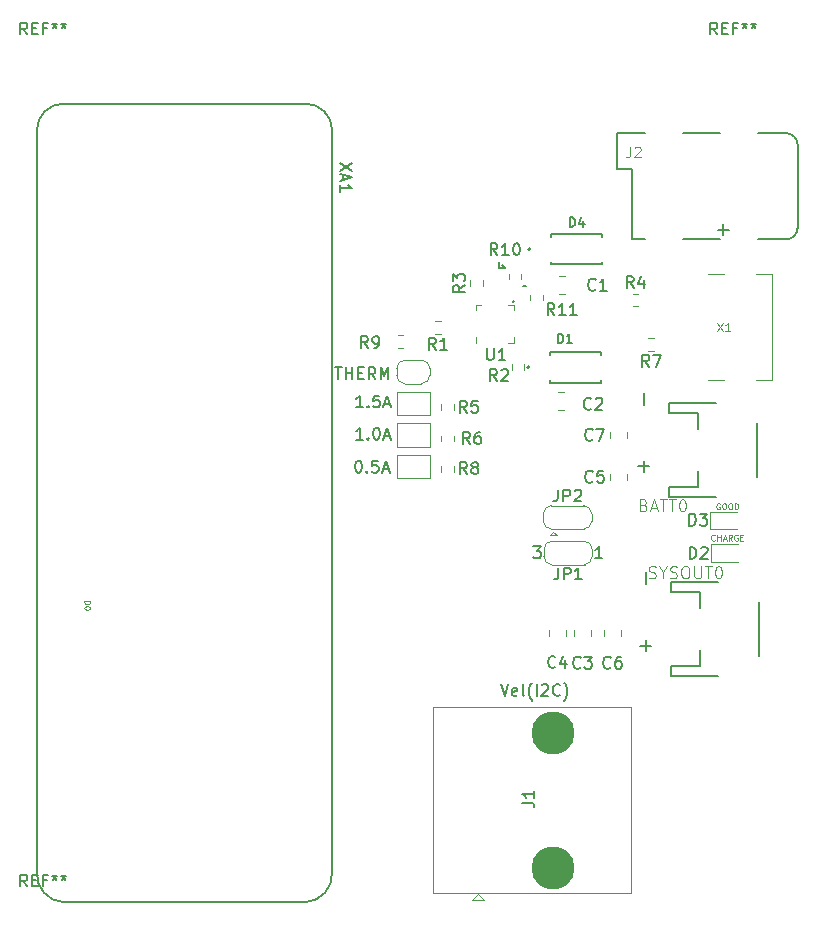
<source format=gbr>
%TF.GenerationSoftware,KiCad,Pcbnew,(6.0.8)*%
%TF.CreationDate,2023-04-21T18:27:59-07:00*%
%TF.ProjectId,Capstone_PCB,43617073-746f-46e6-955f-5043422e6b69,rev?*%
%TF.SameCoordinates,Original*%
%TF.FileFunction,Legend,Top*%
%TF.FilePolarity,Positive*%
%FSLAX46Y46*%
G04 Gerber Fmt 4.6, Leading zero omitted, Abs format (unit mm)*
G04 Created by KiCad (PCBNEW (6.0.8)) date 2023-04-21 18:27:59*
%MOMM*%
%LPD*%
G01*
G04 APERTURE LIST*
%ADD10C,0.150000*%
%ADD11C,0.062500*%
%ADD12C,0.093472*%
%ADD13C,0.170688*%
%ADD14C,0.119969*%
%ADD15C,0.075000*%
%ADD16C,0.120000*%
%ADD17C,0.127000*%
%ADD18C,0.200000*%
%ADD19C,0.203200*%
%ADD20C,0.101600*%
%ADD21C,3.650000*%
G04 APERTURE END LIST*
D10*
X155448000Y-61722000D02*
X155956000Y-61722000D01*
X155702000Y-61468000D02*
X155956000Y-61722000D01*
X155956000Y-61722000D02*
X155702000Y-61468000D01*
X155448000Y-61214000D02*
X155448000Y-61722000D01*
X157734000Y-63246000D02*
X157480000Y-63246000D01*
D11*
X174145342Y-81702200D02*
X174097723Y-81678390D01*
X174026295Y-81678390D01*
X173954866Y-81702200D01*
X173907247Y-81749819D01*
X173883438Y-81797438D01*
X173859628Y-81892676D01*
X173859628Y-81964104D01*
X173883438Y-82059342D01*
X173907247Y-82106961D01*
X173954866Y-82154580D01*
X174026295Y-82178390D01*
X174073914Y-82178390D01*
X174145342Y-82154580D01*
X174169152Y-82130771D01*
X174169152Y-81964104D01*
X174073914Y-81964104D01*
X174478676Y-81678390D02*
X174573914Y-81678390D01*
X174621533Y-81702200D01*
X174669152Y-81749819D01*
X174692961Y-81845057D01*
X174692961Y-82011723D01*
X174669152Y-82106961D01*
X174621533Y-82154580D01*
X174573914Y-82178390D01*
X174478676Y-82178390D01*
X174431057Y-82154580D01*
X174383438Y-82106961D01*
X174359628Y-82011723D01*
X174359628Y-81845057D01*
X174383438Y-81749819D01*
X174431057Y-81702200D01*
X174478676Y-81678390D01*
X175002485Y-81678390D02*
X175097723Y-81678390D01*
X175145342Y-81702200D01*
X175192961Y-81749819D01*
X175216771Y-81845057D01*
X175216771Y-82011723D01*
X175192961Y-82106961D01*
X175145342Y-82154580D01*
X175097723Y-82178390D01*
X175002485Y-82178390D01*
X174954866Y-82154580D01*
X174907247Y-82106961D01*
X174883438Y-82011723D01*
X174883438Y-81845057D01*
X174907247Y-81749819D01*
X174954866Y-81702200D01*
X175002485Y-81678390D01*
X175431057Y-82178390D02*
X175431057Y-81678390D01*
X175550104Y-81678390D01*
X175621533Y-81702200D01*
X175669152Y-81749819D01*
X175692961Y-81797438D01*
X175716771Y-81892676D01*
X175716771Y-81964104D01*
X175692961Y-82059342D01*
X175669152Y-82106961D01*
X175621533Y-82154580D01*
X175550104Y-82178390D01*
X175431057Y-82178390D01*
X173730580Y-84772371D02*
X173706771Y-84796180D01*
X173635342Y-84819990D01*
X173587723Y-84819990D01*
X173516295Y-84796180D01*
X173468676Y-84748561D01*
X173444866Y-84700942D01*
X173421057Y-84605704D01*
X173421057Y-84534276D01*
X173444866Y-84439038D01*
X173468676Y-84391419D01*
X173516295Y-84343800D01*
X173587723Y-84319990D01*
X173635342Y-84319990D01*
X173706771Y-84343800D01*
X173730580Y-84367609D01*
X173944866Y-84819990D02*
X173944866Y-84319990D01*
X173944866Y-84558085D02*
X174230580Y-84558085D01*
X174230580Y-84819990D02*
X174230580Y-84319990D01*
X174444866Y-84677133D02*
X174682961Y-84677133D01*
X174397247Y-84819990D02*
X174563914Y-84319990D01*
X174730580Y-84819990D01*
X175182961Y-84819990D02*
X175016295Y-84581895D01*
X174897247Y-84819990D02*
X174897247Y-84319990D01*
X175087723Y-84319990D01*
X175135342Y-84343800D01*
X175159152Y-84367609D01*
X175182961Y-84415228D01*
X175182961Y-84486657D01*
X175159152Y-84534276D01*
X175135342Y-84558085D01*
X175087723Y-84581895D01*
X174897247Y-84581895D01*
X175659152Y-84343800D02*
X175611533Y-84319990D01*
X175540104Y-84319990D01*
X175468676Y-84343800D01*
X175421057Y-84391419D01*
X175397247Y-84439038D01*
X175373438Y-84534276D01*
X175373438Y-84605704D01*
X175397247Y-84700942D01*
X175421057Y-84748561D01*
X175468676Y-84796180D01*
X175540104Y-84819990D01*
X175587723Y-84819990D01*
X175659152Y-84796180D01*
X175682961Y-84772371D01*
X175682961Y-84605704D01*
X175587723Y-84605704D01*
X175897247Y-84558085D02*
X176063914Y-84558085D01*
X176135342Y-84819990D02*
X175897247Y-84819990D01*
X175897247Y-84319990D01*
X176135342Y-84319990D01*
D10*
X156659600Y-64503942D02*
X156707219Y-64551561D01*
X156659600Y-64599180D01*
X156611980Y-64551561D01*
X156659600Y-64503942D01*
X156659600Y-64599180D01*
X155591238Y-96988380D02*
X155924571Y-97988380D01*
X156257904Y-96988380D01*
X156972190Y-97940761D02*
X156876952Y-97988380D01*
X156686476Y-97988380D01*
X156591238Y-97940761D01*
X156543619Y-97845523D01*
X156543619Y-97464571D01*
X156591238Y-97369333D01*
X156686476Y-97321714D01*
X156876952Y-97321714D01*
X156972190Y-97369333D01*
X157019809Y-97464571D01*
X157019809Y-97559809D01*
X156543619Y-97655047D01*
X157591238Y-97988380D02*
X157496000Y-97940761D01*
X157448380Y-97845523D01*
X157448380Y-96988380D01*
X158257904Y-98369333D02*
X158210285Y-98321714D01*
X158115047Y-98178857D01*
X158067428Y-98083619D01*
X158019809Y-97940761D01*
X157972190Y-97702666D01*
X157972190Y-97512190D01*
X158019809Y-97274095D01*
X158067428Y-97131238D01*
X158115047Y-97036000D01*
X158210285Y-96893142D01*
X158257904Y-96845523D01*
X158638857Y-97988380D02*
X158638857Y-96988380D01*
X159067428Y-97083619D02*
X159115047Y-97036000D01*
X159210285Y-96988380D01*
X159448380Y-96988380D01*
X159543619Y-97036000D01*
X159591238Y-97083619D01*
X159638857Y-97178857D01*
X159638857Y-97274095D01*
X159591238Y-97416952D01*
X159019809Y-97988380D01*
X159638857Y-97988380D01*
X160638857Y-97893142D02*
X160591238Y-97940761D01*
X160448380Y-97988380D01*
X160353142Y-97988380D01*
X160210285Y-97940761D01*
X160115047Y-97845523D01*
X160067428Y-97750285D01*
X160019809Y-97559809D01*
X160019809Y-97416952D01*
X160067428Y-97226476D01*
X160115047Y-97131238D01*
X160210285Y-97036000D01*
X160353142Y-96988380D01*
X160448380Y-96988380D01*
X160591238Y-97036000D01*
X160638857Y-97083619D01*
X160972190Y-98369333D02*
X161019809Y-98321714D01*
X161115047Y-98178857D01*
X161162666Y-98083619D01*
X161210285Y-97940761D01*
X161257904Y-97702666D01*
X161257904Y-97512190D01*
X161210285Y-97274095D01*
X161162666Y-97131238D01*
X161115047Y-97036000D01*
X161019809Y-96893142D01*
X160972190Y-96845523D01*
%TO.C,R5*%
X152741333Y-73986980D02*
X152408000Y-73510790D01*
X152169904Y-73986980D02*
X152169904Y-72986980D01*
X152550857Y-72986980D01*
X152646095Y-73034600D01*
X152693714Y-73082219D01*
X152741333Y-73177457D01*
X152741333Y-73320314D01*
X152693714Y-73415552D01*
X152646095Y-73463171D01*
X152550857Y-73510790D01*
X152169904Y-73510790D01*
X153646095Y-72986980D02*
X153169904Y-72986980D01*
X153122285Y-73463171D01*
X153169904Y-73415552D01*
X153265142Y-73367933D01*
X153503238Y-73367933D01*
X153598476Y-73415552D01*
X153646095Y-73463171D01*
X153693714Y-73558409D01*
X153693714Y-73796504D01*
X153646095Y-73891742D01*
X153598476Y-73939361D01*
X153503238Y-73986980D01*
X153265142Y-73986980D01*
X153169904Y-73939361D01*
X153122285Y-73891742D01*
%TO.C,R1*%
X150123333Y-68652380D02*
X149790000Y-68176190D01*
X149551904Y-68652380D02*
X149551904Y-67652380D01*
X149932857Y-67652380D01*
X150028095Y-67700000D01*
X150075714Y-67747619D01*
X150123333Y-67842857D01*
X150123333Y-67985714D01*
X150075714Y-68080952D01*
X150028095Y-68128571D01*
X149932857Y-68176190D01*
X149551904Y-68176190D01*
X151075714Y-68652380D02*
X150504285Y-68652380D01*
X150790000Y-68652380D02*
X150790000Y-67652380D01*
X150694761Y-67795238D01*
X150599523Y-67890476D01*
X150504285Y-67938095D01*
%TO.C,R11*%
X160139142Y-65730380D02*
X159805809Y-65254190D01*
X159567714Y-65730380D02*
X159567714Y-64730380D01*
X159948666Y-64730380D01*
X160043904Y-64778000D01*
X160091523Y-64825619D01*
X160139142Y-64920857D01*
X160139142Y-65063714D01*
X160091523Y-65158952D01*
X160043904Y-65206571D01*
X159948666Y-65254190D01*
X159567714Y-65254190D01*
X161091523Y-65730380D02*
X160520095Y-65730380D01*
X160805809Y-65730380D02*
X160805809Y-64730380D01*
X160710571Y-64873238D01*
X160615333Y-64968476D01*
X160520095Y-65016095D01*
X162043904Y-65730380D02*
X161472476Y-65730380D01*
X161758190Y-65730380D02*
X161758190Y-64730380D01*
X161662952Y-64873238D01*
X161567714Y-64968476D01*
X161472476Y-65016095D01*
%TO.C,J1*%
X157432380Y-107013333D02*
X158146666Y-107013333D01*
X158289523Y-107060952D01*
X158384761Y-107156190D01*
X158432380Y-107299047D01*
X158432380Y-107394285D01*
X158432380Y-106013333D02*
X158432380Y-106584761D01*
X158432380Y-106299047D02*
X157432380Y-106299047D01*
X157575238Y-106394285D01*
X157670476Y-106489523D01*
X157718095Y-106584761D01*
%TO.C,C5*%
X163376333Y-79820142D02*
X163328714Y-79867761D01*
X163185857Y-79915380D01*
X163090619Y-79915380D01*
X162947761Y-79867761D01*
X162852523Y-79772523D01*
X162804904Y-79677285D01*
X162757285Y-79486809D01*
X162757285Y-79343952D01*
X162804904Y-79153476D01*
X162852523Y-79058238D01*
X162947761Y-78963000D01*
X163090619Y-78915380D01*
X163185857Y-78915380D01*
X163328714Y-78963000D01*
X163376333Y-79010619D01*
X164281095Y-78915380D02*
X163804904Y-78915380D01*
X163757285Y-79391571D01*
X163804904Y-79343952D01*
X163900142Y-79296333D01*
X164138238Y-79296333D01*
X164233476Y-79343952D01*
X164281095Y-79391571D01*
X164328714Y-79486809D01*
X164328714Y-79724904D01*
X164281095Y-79820142D01*
X164233476Y-79867761D01*
X164138238Y-79915380D01*
X163900142Y-79915380D01*
X163804904Y-79867761D01*
X163757285Y-79820142D01*
%TO.C,R3*%
X152562380Y-63196666D02*
X152086190Y-63530000D01*
X152562380Y-63768095D02*
X151562380Y-63768095D01*
X151562380Y-63387142D01*
X151610000Y-63291904D01*
X151657619Y-63244285D01*
X151752857Y-63196666D01*
X151895714Y-63196666D01*
X151990952Y-63244285D01*
X152038571Y-63291904D01*
X152086190Y-63387142D01*
X152086190Y-63768095D01*
X151562380Y-62863333D02*
X151562380Y-62244285D01*
X151943333Y-62577619D01*
X151943333Y-62434761D01*
X151990952Y-62339523D01*
X152038571Y-62291904D01*
X152133809Y-62244285D01*
X152371904Y-62244285D01*
X152467142Y-62291904D01*
X152514761Y-62339523D01*
X152562380Y-62434761D01*
X152562380Y-62720476D01*
X152514761Y-62815714D01*
X152467142Y-62863333D01*
%TO.C,*%
%TO.C,REF\u002A\u002A*%
X115506666Y-41972380D02*
X115173333Y-41496190D01*
X114935238Y-41972380D02*
X114935238Y-40972380D01*
X115316190Y-40972380D01*
X115411428Y-41020000D01*
X115459047Y-41067619D01*
X115506666Y-41162857D01*
X115506666Y-41305714D01*
X115459047Y-41400952D01*
X115411428Y-41448571D01*
X115316190Y-41496190D01*
X114935238Y-41496190D01*
X115935238Y-41448571D02*
X116268571Y-41448571D01*
X116411428Y-41972380D02*
X115935238Y-41972380D01*
X115935238Y-40972380D01*
X116411428Y-40972380D01*
X117173333Y-41448571D02*
X116840000Y-41448571D01*
X116840000Y-41972380D02*
X116840000Y-40972380D01*
X117316190Y-40972380D01*
X117840000Y-40972380D02*
X117840000Y-41210476D01*
X117601904Y-41115238D02*
X117840000Y-41210476D01*
X118078095Y-41115238D01*
X117697142Y-41400952D02*
X117840000Y-41210476D01*
X117982857Y-41400952D01*
X118601904Y-40972380D02*
X118601904Y-41210476D01*
X118363809Y-41115238D02*
X118601904Y-41210476D01*
X118840000Y-41115238D01*
X118459047Y-41400952D02*
X118601904Y-41210476D01*
X118744761Y-41400952D01*
%TO.C,JP1*%
X160472000Y-87116180D02*
X160472000Y-87830466D01*
X160424381Y-87973323D01*
X160329143Y-88068561D01*
X160186286Y-88116180D01*
X160091048Y-88116180D01*
X160948191Y-88116180D02*
X160948191Y-87116180D01*
X161329143Y-87116180D01*
X161424381Y-87163800D01*
X161472000Y-87211419D01*
X161519619Y-87306657D01*
X161519619Y-87449514D01*
X161472000Y-87544752D01*
X161424381Y-87592371D01*
X161329143Y-87639990D01*
X160948191Y-87639990D01*
X162472000Y-88116180D02*
X161900572Y-88116180D01*
X162186286Y-88116180D02*
X162186286Y-87116180D01*
X162091048Y-87259038D01*
X161995810Y-87354276D01*
X161900572Y-87401895D01*
X164191048Y-86316180D02*
X163619619Y-86316180D01*
X163905334Y-86316180D02*
X163905334Y-85316180D01*
X163810095Y-85459038D01*
X163714857Y-85554276D01*
X163619619Y-85601895D01*
X158372000Y-85316180D02*
X158991048Y-85316180D01*
X158657714Y-85697133D01*
X158800572Y-85697133D01*
X158895810Y-85744752D01*
X158943429Y-85792371D01*
X158991048Y-85887609D01*
X158991048Y-86125704D01*
X158943429Y-86220942D01*
X158895810Y-86268561D01*
X158800572Y-86316180D01*
X158514857Y-86316180D01*
X158419619Y-86268561D01*
X158372000Y-86220942D01*
%TO.C,R6*%
X152995333Y-76628580D02*
X152662000Y-76152390D01*
X152423904Y-76628580D02*
X152423904Y-75628580D01*
X152804857Y-75628580D01*
X152900095Y-75676200D01*
X152947714Y-75723819D01*
X152995333Y-75819057D01*
X152995333Y-75961914D01*
X152947714Y-76057152D01*
X152900095Y-76104771D01*
X152804857Y-76152390D01*
X152423904Y-76152390D01*
X153852476Y-75628580D02*
X153662000Y-75628580D01*
X153566761Y-75676200D01*
X153519142Y-75723819D01*
X153423904Y-75866676D01*
X153376285Y-76057152D01*
X153376285Y-76438104D01*
X153423904Y-76533342D01*
X153471523Y-76580961D01*
X153566761Y-76628580D01*
X153757238Y-76628580D01*
X153852476Y-76580961D01*
X153900095Y-76533342D01*
X153947714Y-76438104D01*
X153947714Y-76200009D01*
X153900095Y-76104771D01*
X153852476Y-76057152D01*
X153757238Y-76009533D01*
X153566761Y-76009533D01*
X153471523Y-76057152D01*
X153423904Y-76104771D01*
X153376285Y-76200009D01*
%TO.C,REF\u002A\u002A*%
X115506666Y-114108380D02*
X115173333Y-113632190D01*
X114935238Y-114108380D02*
X114935238Y-113108380D01*
X115316190Y-113108380D01*
X115411428Y-113156000D01*
X115459047Y-113203619D01*
X115506666Y-113298857D01*
X115506666Y-113441714D01*
X115459047Y-113536952D01*
X115411428Y-113584571D01*
X115316190Y-113632190D01*
X114935238Y-113632190D01*
X115935238Y-113584571D02*
X116268571Y-113584571D01*
X116411428Y-114108380D02*
X115935238Y-114108380D01*
X115935238Y-113108380D01*
X116411428Y-113108380D01*
X117173333Y-113584571D02*
X116840000Y-113584571D01*
X116840000Y-114108380D02*
X116840000Y-113108380D01*
X117316190Y-113108380D01*
X117840000Y-113108380D02*
X117840000Y-113346476D01*
X117601904Y-113251238D02*
X117840000Y-113346476D01*
X118078095Y-113251238D01*
X117697142Y-113536952D02*
X117840000Y-113346476D01*
X117982857Y-113536952D01*
X118601904Y-113108380D02*
X118601904Y-113346476D01*
X118363809Y-113251238D02*
X118601904Y-113346476D01*
X118840000Y-113251238D01*
X118459047Y-113536952D02*
X118601904Y-113346476D01*
X118744761Y-113536952D01*
%TO.C,C6*%
X164900333Y-95568142D02*
X164852714Y-95615761D01*
X164709857Y-95663380D01*
X164614619Y-95663380D01*
X164471761Y-95615761D01*
X164376523Y-95520523D01*
X164328904Y-95425285D01*
X164281285Y-95234809D01*
X164281285Y-95091952D01*
X164328904Y-94901476D01*
X164376523Y-94806238D01*
X164471761Y-94711000D01*
X164614619Y-94663380D01*
X164709857Y-94663380D01*
X164852714Y-94711000D01*
X164900333Y-94758619D01*
X165757476Y-94663380D02*
X165567000Y-94663380D01*
X165471761Y-94711000D01*
X165424142Y-94758619D01*
X165328904Y-94901476D01*
X165281285Y-95091952D01*
X165281285Y-95472904D01*
X165328904Y-95568142D01*
X165376523Y-95615761D01*
X165471761Y-95663380D01*
X165662238Y-95663380D01*
X165757476Y-95615761D01*
X165805095Y-95568142D01*
X165852714Y-95472904D01*
X165852714Y-95234809D01*
X165805095Y-95139571D01*
X165757476Y-95091952D01*
X165662238Y-95044333D01*
X165471761Y-95044333D01*
X165376523Y-95091952D01*
X165328904Y-95139571D01*
X165281285Y-95234809D01*
%TO.C,JP4*%
X143935857Y-76272980D02*
X143364428Y-76272980D01*
X143650142Y-76272980D02*
X143650142Y-75272980D01*
X143554904Y-75415838D01*
X143459666Y-75511076D01*
X143364428Y-75558695D01*
X144364428Y-76177742D02*
X144412047Y-76225361D01*
X144364428Y-76272980D01*
X144316809Y-76225361D01*
X144364428Y-76177742D01*
X144364428Y-76272980D01*
X145031095Y-75272980D02*
X145126333Y-75272980D01*
X145221571Y-75320600D01*
X145269190Y-75368219D01*
X145316809Y-75463457D01*
X145364428Y-75653933D01*
X145364428Y-75892028D01*
X145316809Y-76082504D01*
X145269190Y-76177742D01*
X145221571Y-76225361D01*
X145126333Y-76272980D01*
X145031095Y-76272980D01*
X144935857Y-76225361D01*
X144888238Y-76177742D01*
X144840619Y-76082504D01*
X144793000Y-75892028D01*
X144793000Y-75653933D01*
X144840619Y-75463457D01*
X144888238Y-75368219D01*
X144935857Y-75320600D01*
X145031095Y-75272980D01*
X145745380Y-75987266D02*
X146221571Y-75987266D01*
X145650142Y-76272980D02*
X145983476Y-75272980D01*
X146316809Y-76272980D01*
%TO.C,REF\u002A\u002A*%
X173926666Y-41972380D02*
X173593333Y-41496190D01*
X173355238Y-41972380D02*
X173355238Y-40972380D01*
X173736190Y-40972380D01*
X173831428Y-41020000D01*
X173879047Y-41067619D01*
X173926666Y-41162857D01*
X173926666Y-41305714D01*
X173879047Y-41400952D01*
X173831428Y-41448571D01*
X173736190Y-41496190D01*
X173355238Y-41496190D01*
X174355238Y-41448571D02*
X174688571Y-41448571D01*
X174831428Y-41972380D02*
X174355238Y-41972380D01*
X174355238Y-40972380D01*
X174831428Y-40972380D01*
X175593333Y-41448571D02*
X175260000Y-41448571D01*
X175260000Y-41972380D02*
X175260000Y-40972380D01*
X175736190Y-40972380D01*
X176260000Y-40972380D02*
X176260000Y-41210476D01*
X176021904Y-41115238D02*
X176260000Y-41210476D01*
X176498095Y-41115238D01*
X176117142Y-41400952D02*
X176260000Y-41210476D01*
X176402857Y-41400952D01*
X177021904Y-40972380D02*
X177021904Y-41210476D01*
X176783809Y-41115238D02*
X177021904Y-41210476D01*
X177260000Y-41115238D01*
X176879047Y-41400952D02*
X177021904Y-41210476D01*
X177164761Y-41400952D01*
D12*
%TO.C,SYSOUT0*%
X168148290Y-87954761D02*
X168291147Y-88002380D01*
X168529243Y-88002380D01*
X168624481Y-87954761D01*
X168672100Y-87907142D01*
X168719719Y-87811904D01*
X168719719Y-87716666D01*
X168672100Y-87621428D01*
X168624481Y-87573809D01*
X168529243Y-87526190D01*
X168338767Y-87478571D01*
X168243528Y-87430952D01*
X168195909Y-87383333D01*
X168148290Y-87288095D01*
X168148290Y-87192857D01*
X168195909Y-87097619D01*
X168243528Y-87050000D01*
X168338767Y-87002380D01*
X168576862Y-87002380D01*
X168719719Y-87050000D01*
X169338767Y-87526190D02*
X169338767Y-88002380D01*
X169005433Y-87002380D02*
X169338767Y-87526190D01*
X169672100Y-87002380D01*
X169957814Y-87954761D02*
X170100671Y-88002380D01*
X170338767Y-88002380D01*
X170434005Y-87954761D01*
X170481624Y-87907142D01*
X170529243Y-87811904D01*
X170529243Y-87716666D01*
X170481624Y-87621428D01*
X170434005Y-87573809D01*
X170338767Y-87526190D01*
X170148290Y-87478571D01*
X170053052Y-87430952D01*
X170005433Y-87383333D01*
X169957814Y-87288095D01*
X169957814Y-87192857D01*
X170005433Y-87097619D01*
X170053052Y-87050000D01*
X170148290Y-87002380D01*
X170386386Y-87002380D01*
X170529243Y-87050000D01*
X171148290Y-87002380D02*
X171338767Y-87002380D01*
X171434005Y-87050000D01*
X171529243Y-87145238D01*
X171576862Y-87335714D01*
X171576862Y-87669047D01*
X171529243Y-87859523D01*
X171434005Y-87954761D01*
X171338767Y-88002380D01*
X171148290Y-88002380D01*
X171053052Y-87954761D01*
X170957814Y-87859523D01*
X170910195Y-87669047D01*
X170910195Y-87335714D01*
X170957814Y-87145238D01*
X171053052Y-87050000D01*
X171148290Y-87002380D01*
X172005433Y-87002380D02*
X172005433Y-87811904D01*
X172053052Y-87907142D01*
X172100671Y-87954761D01*
X172195909Y-88002380D01*
X172386386Y-88002380D01*
X172481624Y-87954761D01*
X172529243Y-87907142D01*
X172576862Y-87811904D01*
X172576862Y-87002380D01*
X172910195Y-87002380D02*
X173481624Y-87002380D01*
X173195909Y-88002380D02*
X173195909Y-87002380D01*
X174005433Y-87002380D02*
X174100671Y-87002380D01*
X174195909Y-87050000D01*
X174243528Y-87097619D01*
X174291147Y-87192857D01*
X174338767Y-87383333D01*
X174338767Y-87621428D01*
X174291147Y-87811904D01*
X174243528Y-87907142D01*
X174195909Y-87954761D01*
X174100671Y-88002380D01*
X174005433Y-88002380D01*
X173910195Y-87954761D01*
X173862576Y-87907142D01*
X173814957Y-87811904D01*
X173767338Y-87621428D01*
X173767338Y-87383333D01*
X173814957Y-87192857D01*
X173862576Y-87097619D01*
X173910195Y-87050000D01*
X174005433Y-87002380D01*
D13*
X167879352Y-94192426D02*
X167879352Y-93238740D01*
X168356194Y-93715583D02*
X167402509Y-93715583D01*
X167879352Y-88477426D02*
X167879352Y-87523740D01*
D10*
%TO.C,D2*%
X171601704Y-86366980D02*
X171601704Y-85366980D01*
X171839800Y-85366980D01*
X171982657Y-85414600D01*
X172077895Y-85509838D01*
X172125514Y-85605076D01*
X172173133Y-85795552D01*
X172173133Y-85938409D01*
X172125514Y-86128885D01*
X172077895Y-86224123D01*
X171982657Y-86319361D01*
X171839800Y-86366980D01*
X171601704Y-86366980D01*
X172554085Y-85462219D02*
X172601704Y-85414600D01*
X172696942Y-85366980D01*
X172935038Y-85366980D01*
X173030276Y-85414600D01*
X173077895Y-85462219D01*
X173125514Y-85557457D01*
X173125514Y-85652695D01*
X173077895Y-85795552D01*
X172506466Y-86366980D01*
X173125514Y-86366980D01*
%TO.C,D1*%
X160436622Y-68092805D02*
X160436622Y-67305403D01*
X160624099Y-67305403D01*
X160736585Y-67342899D01*
X160811575Y-67417889D01*
X160849071Y-67492880D01*
X160886566Y-67642861D01*
X160886566Y-67755347D01*
X160849071Y-67905329D01*
X160811575Y-67980319D01*
X160736585Y-68055310D01*
X160624099Y-68092805D01*
X160436622Y-68092805D01*
X161636473Y-68092805D02*
X161186529Y-68092805D01*
X161411501Y-68092805D02*
X161411501Y-67305403D01*
X161336510Y-67417889D01*
X161261519Y-67492880D01*
X161186529Y-67530375D01*
%TO.C,C4*%
X160226733Y-95517342D02*
X160179114Y-95564961D01*
X160036257Y-95612580D01*
X159941019Y-95612580D01*
X159798161Y-95564961D01*
X159702923Y-95469723D01*
X159655304Y-95374485D01*
X159607685Y-95184009D01*
X159607685Y-95041152D01*
X159655304Y-94850676D01*
X159702923Y-94755438D01*
X159798161Y-94660200D01*
X159941019Y-94612580D01*
X160036257Y-94612580D01*
X160179114Y-94660200D01*
X160226733Y-94707819D01*
X161083876Y-94945914D02*
X161083876Y-95612580D01*
X160845780Y-94564961D02*
X160607685Y-95279247D01*
X161226733Y-95279247D01*
%TO.C,R7*%
X168176933Y-70093180D02*
X167843600Y-69616990D01*
X167605504Y-70093180D02*
X167605504Y-69093180D01*
X167986457Y-69093180D01*
X168081695Y-69140800D01*
X168129314Y-69188419D01*
X168176933Y-69283657D01*
X168176933Y-69426514D01*
X168129314Y-69521752D01*
X168081695Y-69569371D01*
X167986457Y-69616990D01*
X167605504Y-69616990D01*
X168510266Y-69093180D02*
X169176933Y-69093180D01*
X168748361Y-70093180D01*
%TO.C,*%
%TO.C,C2*%
X163249333Y-73647942D02*
X163201714Y-73695561D01*
X163058857Y-73743180D01*
X162963619Y-73743180D01*
X162820761Y-73695561D01*
X162725523Y-73600323D01*
X162677904Y-73505085D01*
X162630285Y-73314609D01*
X162630285Y-73171752D01*
X162677904Y-72981276D01*
X162725523Y-72886038D01*
X162820761Y-72790800D01*
X162963619Y-72743180D01*
X163058857Y-72743180D01*
X163201714Y-72790800D01*
X163249333Y-72838419D01*
X163630285Y-72838419D02*
X163677904Y-72790800D01*
X163773142Y-72743180D01*
X164011238Y-72743180D01*
X164106476Y-72790800D01*
X164154095Y-72838419D01*
X164201714Y-72933657D01*
X164201714Y-73028895D01*
X164154095Y-73171752D01*
X163582666Y-73743180D01*
X164201714Y-73743180D01*
%TO.C,*%
%TO.C,D4*%
X161463222Y-58254605D02*
X161463222Y-57467203D01*
X161650699Y-57467203D01*
X161763185Y-57504699D01*
X161838175Y-57579689D01*
X161875671Y-57654680D01*
X161913166Y-57804661D01*
X161913166Y-57917147D01*
X161875671Y-58067129D01*
X161838175Y-58142119D01*
X161763185Y-58217110D01*
X161650699Y-58254605D01*
X161463222Y-58254605D01*
X162588082Y-57729671D02*
X162588082Y-58254605D01*
X162400605Y-57429708D02*
X162213129Y-57992138D01*
X162700568Y-57992138D01*
%TO.C,JP5*%
X143500923Y-78066980D02*
X143596161Y-78066980D01*
X143691400Y-78114600D01*
X143739019Y-78162219D01*
X143786638Y-78257457D01*
X143834257Y-78447933D01*
X143834257Y-78686028D01*
X143786638Y-78876504D01*
X143739019Y-78971742D01*
X143691400Y-79019361D01*
X143596161Y-79066980D01*
X143500923Y-79066980D01*
X143405685Y-79019361D01*
X143358066Y-78971742D01*
X143310447Y-78876504D01*
X143262828Y-78686028D01*
X143262828Y-78447933D01*
X143310447Y-78257457D01*
X143358066Y-78162219D01*
X143405685Y-78114600D01*
X143500923Y-78066980D01*
X144262828Y-78971742D02*
X144310447Y-79019361D01*
X144262828Y-79066980D01*
X144215209Y-79019361D01*
X144262828Y-78971742D01*
X144262828Y-79066980D01*
X145215209Y-78066980D02*
X144739019Y-78066980D01*
X144691400Y-78543171D01*
X144739019Y-78495552D01*
X144834257Y-78447933D01*
X145072352Y-78447933D01*
X145167590Y-78495552D01*
X145215209Y-78543171D01*
X145262828Y-78638409D01*
X145262828Y-78876504D01*
X145215209Y-78971742D01*
X145167590Y-79019361D01*
X145072352Y-79066980D01*
X144834257Y-79066980D01*
X144739019Y-79019361D01*
X144691400Y-78971742D01*
X145643780Y-78781266D02*
X146119971Y-78781266D01*
X145548542Y-79066980D02*
X145881876Y-78066980D01*
X146215209Y-79066980D01*
%TO.C,R10*%
X155313142Y-60650380D02*
X154979809Y-60174190D01*
X154741714Y-60650380D02*
X154741714Y-59650380D01*
X155122666Y-59650380D01*
X155217904Y-59698000D01*
X155265523Y-59745619D01*
X155313142Y-59840857D01*
X155313142Y-59983714D01*
X155265523Y-60078952D01*
X155217904Y-60126571D01*
X155122666Y-60174190D01*
X154741714Y-60174190D01*
X156265523Y-60650380D02*
X155694095Y-60650380D01*
X155979809Y-60650380D02*
X155979809Y-59650380D01*
X155884571Y-59793238D01*
X155789333Y-59888476D01*
X155694095Y-59936095D01*
X156884571Y-59650380D02*
X156979809Y-59650380D01*
X157075047Y-59698000D01*
X157122666Y-59745619D01*
X157170285Y-59840857D01*
X157217904Y-60031333D01*
X157217904Y-60269428D01*
X157170285Y-60459904D01*
X157122666Y-60555142D01*
X157075047Y-60602761D01*
X156979809Y-60650380D01*
X156884571Y-60650380D01*
X156789333Y-60602761D01*
X156741714Y-60555142D01*
X156694095Y-60459904D01*
X156646476Y-60269428D01*
X156646476Y-60031333D01*
X156694095Y-59840857D01*
X156741714Y-59745619D01*
X156789333Y-59698000D01*
X156884571Y-59650380D01*
%TO.C,R4*%
X166856133Y-63444380D02*
X166522800Y-62968190D01*
X166284704Y-63444380D02*
X166284704Y-62444380D01*
X166665657Y-62444380D01*
X166760895Y-62492000D01*
X166808514Y-62539619D01*
X166856133Y-62634857D01*
X166856133Y-62777714D01*
X166808514Y-62872952D01*
X166760895Y-62920571D01*
X166665657Y-62968190D01*
X166284704Y-62968190D01*
X167713276Y-62777714D02*
X167713276Y-63444380D01*
X167475180Y-62396761D02*
X167237085Y-63111047D01*
X167856133Y-63111047D01*
D14*
%TO.C,J2*%
X166563916Y-51464116D02*
X166563916Y-52104138D01*
X166521248Y-52232142D01*
X166435912Y-52317479D01*
X166307907Y-52360147D01*
X166222571Y-52360147D01*
X166947929Y-51549452D02*
X166990598Y-51506784D01*
X167075934Y-51464116D01*
X167289275Y-51464116D01*
X167374611Y-51506784D01*
X167417279Y-51549452D01*
X167459947Y-51634788D01*
X167459947Y-51720125D01*
X167417279Y-51848129D01*
X166905261Y-52360147D01*
X167459947Y-52360147D01*
D13*
X174446552Y-58981659D02*
X174446552Y-58027973D01*
X174923394Y-58504816D02*
X173969709Y-58504816D01*
D12*
%TO.C,BATT0*%
X167697338Y-81818571D02*
X167840195Y-81866190D01*
X167887814Y-81913809D01*
X167935433Y-82009047D01*
X167935433Y-82151904D01*
X167887814Y-82247142D01*
X167840195Y-82294761D01*
X167744957Y-82342380D01*
X167364005Y-82342380D01*
X167364005Y-81342380D01*
X167697338Y-81342380D01*
X167792576Y-81390000D01*
X167840195Y-81437619D01*
X167887814Y-81532857D01*
X167887814Y-81628095D01*
X167840195Y-81723333D01*
X167792576Y-81770952D01*
X167697338Y-81818571D01*
X167364005Y-81818571D01*
X168316386Y-82056666D02*
X168792576Y-82056666D01*
X168221147Y-82342380D02*
X168554481Y-81342380D01*
X168887814Y-82342380D01*
X169078290Y-81342380D02*
X169649719Y-81342380D01*
X169364005Y-82342380D02*
X169364005Y-81342380D01*
X169840195Y-81342380D02*
X170411624Y-81342380D01*
X170125909Y-82342380D02*
X170125909Y-81342380D01*
X170935433Y-81342380D02*
X171030671Y-81342380D01*
X171125909Y-81390000D01*
X171173528Y-81437619D01*
X171221147Y-81532857D01*
X171268767Y-81723333D01*
X171268767Y-81961428D01*
X171221147Y-82151904D01*
X171173528Y-82247142D01*
X171125909Y-82294761D01*
X171030671Y-82342380D01*
X170935433Y-82342380D01*
X170840195Y-82294761D01*
X170792576Y-82247142D01*
X170744957Y-82151904D01*
X170697338Y-81961428D01*
X170697338Y-81723333D01*
X170744957Y-81532857D01*
X170792576Y-81437619D01*
X170840195Y-81390000D01*
X170935433Y-81342380D01*
D13*
X167708552Y-79028626D02*
X167708552Y-78074940D01*
X168185394Y-78551783D02*
X167231709Y-78551783D01*
X167708552Y-73313626D02*
X167708552Y-72359940D01*
D10*
%TO.C,JP2*%
X160427925Y-80510232D02*
X160427925Y-81224518D01*
X160380306Y-81367375D01*
X160285068Y-81462613D01*
X160142211Y-81510232D01*
X160046973Y-81510232D01*
X160904116Y-81510232D02*
X160904116Y-80510232D01*
X161285068Y-80510232D01*
X161380306Y-80557852D01*
X161427925Y-80605471D01*
X161475544Y-80700709D01*
X161475544Y-80843566D01*
X161427925Y-80938804D01*
X161380306Y-80986423D01*
X161285068Y-81034042D01*
X160904116Y-81034042D01*
X161856497Y-80605471D02*
X161904116Y-80557852D01*
X161999354Y-80510232D01*
X162237449Y-80510232D01*
X162332687Y-80557852D01*
X162380306Y-80605471D01*
X162427925Y-80700709D01*
X162427925Y-80795947D01*
X162380306Y-80938804D01*
X161808878Y-81510232D01*
X162427925Y-81510232D01*
%TO.C,R9*%
X144359333Y-68524380D02*
X144026000Y-68048190D01*
X143787904Y-68524380D02*
X143787904Y-67524380D01*
X144168857Y-67524380D01*
X144264095Y-67572000D01*
X144311714Y-67619619D01*
X144359333Y-67714857D01*
X144359333Y-67857714D01*
X144311714Y-67952952D01*
X144264095Y-68000571D01*
X144168857Y-68048190D01*
X143787904Y-68048190D01*
X144835523Y-68524380D02*
X145026000Y-68524380D01*
X145121238Y-68476761D01*
X145168857Y-68429142D01*
X145264095Y-68286285D01*
X145311714Y-68095809D01*
X145311714Y-67714857D01*
X145264095Y-67619619D01*
X145216476Y-67572000D01*
X145121238Y-67524380D01*
X144930761Y-67524380D01*
X144835523Y-67572000D01*
X144787904Y-67619619D01*
X144740285Y-67714857D01*
X144740285Y-67952952D01*
X144787904Y-68048190D01*
X144835523Y-68095809D01*
X144930761Y-68143428D01*
X145121238Y-68143428D01*
X145216476Y-68095809D01*
X145264095Y-68048190D01*
X145311714Y-67952952D01*
%TO.C,*%
%TO.C,JP6*%
X141570666Y-70167580D02*
X142142095Y-70167580D01*
X141856380Y-71167580D02*
X141856380Y-70167580D01*
X142475428Y-71167580D02*
X142475428Y-70167580D01*
X142475428Y-70643771D02*
X143046857Y-70643771D01*
X143046857Y-71167580D02*
X143046857Y-70167580D01*
X143523047Y-70643771D02*
X143856380Y-70643771D01*
X143999238Y-71167580D02*
X143523047Y-71167580D01*
X143523047Y-70167580D01*
X143999238Y-70167580D01*
X144999238Y-71167580D02*
X144665904Y-70691390D01*
X144427809Y-71167580D02*
X144427809Y-70167580D01*
X144808761Y-70167580D01*
X144904000Y-70215200D01*
X144951619Y-70262819D01*
X144999238Y-70358057D01*
X144999238Y-70500914D01*
X144951619Y-70596152D01*
X144904000Y-70643771D01*
X144808761Y-70691390D01*
X144427809Y-70691390D01*
X145427809Y-71167580D02*
X145427809Y-70167580D01*
X145761142Y-70881866D01*
X146094476Y-70167580D01*
X146094476Y-71167580D01*
%TO.C,XA1*%
X142973619Y-52842904D02*
X141973619Y-53509571D01*
X142973619Y-53509571D02*
X141973619Y-52842904D01*
X142259333Y-53842904D02*
X142259333Y-54319095D01*
X141973619Y-53747666D02*
X142973619Y-54081000D01*
X141973619Y-54414333D01*
X141973619Y-55271476D02*
X141973619Y-54700047D01*
X141973619Y-54985761D02*
X142973619Y-54985761D01*
X142830761Y-54890523D01*
X142735523Y-54795285D01*
X142687904Y-54700047D01*
D15*
X120344809Y-89916752D02*
X120844809Y-89916752D01*
X120844809Y-90035800D01*
X120821000Y-90107228D01*
X120773380Y-90154847D01*
X120725761Y-90178657D01*
X120630523Y-90202466D01*
X120559095Y-90202466D01*
X120463857Y-90178657D01*
X120416238Y-90154847D01*
X120368619Y-90107228D01*
X120344809Y-90035800D01*
X120344809Y-89916752D01*
X120844809Y-90511990D02*
X120844809Y-90559609D01*
X120821000Y-90607228D01*
X120797190Y-90631038D01*
X120749571Y-90654847D01*
X120654333Y-90678657D01*
X120535285Y-90678657D01*
X120440047Y-90654847D01*
X120392428Y-90631038D01*
X120368619Y-90607228D01*
X120344809Y-90559609D01*
X120344809Y-90511990D01*
X120368619Y-90464371D01*
X120392428Y-90440561D01*
X120440047Y-90416752D01*
X120535285Y-90392942D01*
X120654333Y-90392942D01*
X120749571Y-90416752D01*
X120797190Y-90440561D01*
X120821000Y-90464371D01*
X120844809Y-90511990D01*
D10*
%TO.C,*%
%TO.C,U1*%
X154432095Y-68540380D02*
X154432095Y-69349904D01*
X154479714Y-69445142D01*
X154527333Y-69492761D01*
X154622571Y-69540380D01*
X154813047Y-69540380D01*
X154908285Y-69492761D01*
X154955904Y-69445142D01*
X155003523Y-69349904D01*
X155003523Y-68540380D01*
X156003523Y-69540380D02*
X155432095Y-69540380D01*
X155717809Y-69540380D02*
X155717809Y-68540380D01*
X155622571Y-68683238D01*
X155527333Y-68778476D01*
X155432095Y-68826095D01*
%TO.C,*%
%TO.C,C1*%
X163630333Y-63564142D02*
X163582714Y-63611761D01*
X163439857Y-63659380D01*
X163344619Y-63659380D01*
X163201761Y-63611761D01*
X163106523Y-63516523D01*
X163058904Y-63421285D01*
X163011285Y-63230809D01*
X163011285Y-63087952D01*
X163058904Y-62897476D01*
X163106523Y-62802238D01*
X163201761Y-62707000D01*
X163344619Y-62659380D01*
X163439857Y-62659380D01*
X163582714Y-62707000D01*
X163630333Y-62754619D01*
X164582714Y-63659380D02*
X164011285Y-63659380D01*
X164297000Y-63659380D02*
X164297000Y-62659380D01*
X164201761Y-62802238D01*
X164106523Y-62897476D01*
X164011285Y-62945095D01*
%TO.C,*%
%TO.C,C7*%
X163376333Y-76264142D02*
X163328714Y-76311761D01*
X163185857Y-76359380D01*
X163090619Y-76359380D01*
X162947761Y-76311761D01*
X162852523Y-76216523D01*
X162804904Y-76121285D01*
X162757285Y-75930809D01*
X162757285Y-75787952D01*
X162804904Y-75597476D01*
X162852523Y-75502238D01*
X162947761Y-75407000D01*
X163090619Y-75359380D01*
X163185857Y-75359380D01*
X163328714Y-75407000D01*
X163376333Y-75454619D01*
X163709666Y-75359380D02*
X164376333Y-75359380D01*
X163947761Y-76359380D01*
%TO.C,R2*%
X155281333Y-71318380D02*
X154948000Y-70842190D01*
X154709904Y-71318380D02*
X154709904Y-70318380D01*
X155090857Y-70318380D01*
X155186095Y-70366000D01*
X155233714Y-70413619D01*
X155281333Y-70508857D01*
X155281333Y-70651714D01*
X155233714Y-70746952D01*
X155186095Y-70794571D01*
X155090857Y-70842190D01*
X154709904Y-70842190D01*
X155662285Y-70413619D02*
X155709904Y-70366000D01*
X155805142Y-70318380D01*
X156043238Y-70318380D01*
X156138476Y-70366000D01*
X156186095Y-70413619D01*
X156233714Y-70508857D01*
X156233714Y-70604095D01*
X156186095Y-70746952D01*
X155614666Y-71318380D01*
X156233714Y-71318380D01*
%TO.C,R8*%
X152741333Y-79192380D02*
X152408000Y-78716190D01*
X152169904Y-79192380D02*
X152169904Y-78192380D01*
X152550857Y-78192380D01*
X152646095Y-78240000D01*
X152693714Y-78287619D01*
X152741333Y-78382857D01*
X152741333Y-78525714D01*
X152693714Y-78620952D01*
X152646095Y-78668571D01*
X152550857Y-78716190D01*
X152169904Y-78716190D01*
X153312761Y-78620952D02*
X153217523Y-78573333D01*
X153169904Y-78525714D01*
X153122285Y-78430476D01*
X153122285Y-78382857D01*
X153169904Y-78287619D01*
X153217523Y-78240000D01*
X153312761Y-78192380D01*
X153503238Y-78192380D01*
X153598476Y-78240000D01*
X153646095Y-78287619D01*
X153693714Y-78382857D01*
X153693714Y-78430476D01*
X153646095Y-78525714D01*
X153598476Y-78573333D01*
X153503238Y-78620952D01*
X153312761Y-78620952D01*
X153217523Y-78668571D01*
X153169904Y-78716190D01*
X153122285Y-78811428D01*
X153122285Y-79001904D01*
X153169904Y-79097142D01*
X153217523Y-79144761D01*
X153312761Y-79192380D01*
X153503238Y-79192380D01*
X153598476Y-79144761D01*
X153646095Y-79097142D01*
X153693714Y-79001904D01*
X153693714Y-78811428D01*
X153646095Y-78716190D01*
X153598476Y-78668571D01*
X153503238Y-78620952D01*
%TO.C,JP3*%
X143935857Y-73555180D02*
X143364428Y-73555180D01*
X143650142Y-73555180D02*
X143650142Y-72555180D01*
X143554904Y-72698038D01*
X143459666Y-72793276D01*
X143364428Y-72840895D01*
X144364428Y-73459942D02*
X144412047Y-73507561D01*
X144364428Y-73555180D01*
X144316809Y-73507561D01*
X144364428Y-73459942D01*
X144364428Y-73555180D01*
X145316809Y-72555180D02*
X144840619Y-72555180D01*
X144793000Y-73031371D01*
X144840619Y-72983752D01*
X144935857Y-72936133D01*
X145173952Y-72936133D01*
X145269190Y-72983752D01*
X145316809Y-73031371D01*
X145364428Y-73126609D01*
X145364428Y-73364704D01*
X145316809Y-73459942D01*
X145269190Y-73507561D01*
X145173952Y-73555180D01*
X144935857Y-73555180D01*
X144840619Y-73507561D01*
X144793000Y-73459942D01*
X145745380Y-73269466D02*
X146221571Y-73269466D01*
X145650142Y-73555180D02*
X145983476Y-72555180D01*
X146316809Y-73555180D01*
%TO.C,C3*%
X162360333Y-95568142D02*
X162312714Y-95615761D01*
X162169857Y-95663380D01*
X162074619Y-95663380D01*
X161931761Y-95615761D01*
X161836523Y-95520523D01*
X161788904Y-95425285D01*
X161741285Y-95234809D01*
X161741285Y-95091952D01*
X161788904Y-94901476D01*
X161836523Y-94806238D01*
X161931761Y-94711000D01*
X162074619Y-94663380D01*
X162169857Y-94663380D01*
X162312714Y-94711000D01*
X162360333Y-94758619D01*
X162693666Y-94663380D02*
X163312714Y-94663380D01*
X162979380Y-95044333D01*
X163122238Y-95044333D01*
X163217476Y-95091952D01*
X163265095Y-95139571D01*
X163312714Y-95234809D01*
X163312714Y-95472904D01*
X163265095Y-95568142D01*
X163217476Y-95615761D01*
X163122238Y-95663380D01*
X162836523Y-95663380D01*
X162741285Y-95615761D01*
X162693666Y-95568142D01*
D14*
%TO.C,X1*%
X173928317Y-66383592D02*
X174390205Y-67076423D01*
X174390205Y-66383592D02*
X173928317Y-67076423D01*
X175017052Y-67076423D02*
X174621148Y-67076423D01*
X174819100Y-67076423D02*
X174819100Y-66383592D01*
X174753116Y-66482568D01*
X174687132Y-66548552D01*
X174621148Y-66581544D01*
D10*
%TO.C,D3*%
X171560904Y-83547580D02*
X171560904Y-82547580D01*
X171799000Y-82547580D01*
X171941857Y-82595200D01*
X172037095Y-82690438D01*
X172084714Y-82785676D01*
X172132333Y-82976152D01*
X172132333Y-83119009D01*
X172084714Y-83309485D01*
X172037095Y-83404723D01*
X171941857Y-83499961D01*
X171799000Y-83547580D01*
X171560904Y-83547580D01*
X172465666Y-82547580D02*
X173084714Y-82547580D01*
X172751380Y-82928533D01*
X172894238Y-82928533D01*
X172989476Y-82976152D01*
X173037095Y-83023771D01*
X173084714Y-83119009D01*
X173084714Y-83357104D01*
X173037095Y-83452342D01*
X172989476Y-83499961D01*
X172894238Y-83547580D01*
X172608523Y-83547580D01*
X172513285Y-83499961D01*
X172465666Y-83452342D01*
D16*
%TO.C,R5*%
X150569700Y-73771858D02*
X150569700Y-73297342D01*
X151614700Y-73771858D02*
X151614700Y-73297342D01*
%TO.C,R1*%
X150527258Y-67292500D02*
X150052742Y-67292500D01*
X150527258Y-66247500D02*
X150052742Y-66247500D01*
%TO.C,R11*%
X159152500Y-64477258D02*
X159152500Y-64002742D01*
X158107500Y-64477258D02*
X158107500Y-64002742D01*
%TO.C,J1*%
X153162000Y-115252000D02*
X154162000Y-115252000D01*
X149872000Y-98942000D02*
X166612000Y-98942000D01*
X166612000Y-98942000D02*
X166612000Y-114672000D01*
X154162000Y-115252000D02*
X153662000Y-114752000D01*
X149872000Y-98952000D02*
X149872000Y-114672000D01*
X153662000Y-114752000D02*
X153162000Y-115252000D01*
X149872000Y-114672000D02*
X166612000Y-114672000D01*
%TO.C,C5*%
X166310000Y-79201748D02*
X166310000Y-79724252D01*
X164840000Y-79201748D02*
X164840000Y-79724252D01*
%TO.C,R3*%
X154062500Y-63267258D02*
X154062500Y-62792742D01*
X153017500Y-63267258D02*
X153017500Y-62792742D01*
%TO.C,JP1*%
X159905334Y-84863800D02*
X162705334Y-84863800D01*
X163355334Y-85563800D02*
X163355334Y-86163800D01*
X159255334Y-86163800D02*
X159255334Y-85563800D01*
X162705334Y-86863800D02*
X159905334Y-86863800D01*
X159955334Y-84863800D02*
G75*
G03*
X159255334Y-85563800I0J-700000D01*
G01*
X162655334Y-86863800D02*
G75*
G03*
X163355334Y-86163800I1J699999D01*
G01*
X159255334Y-86163800D02*
G75*
G03*
X159955334Y-86863800I700000J0D01*
G01*
X163355334Y-85563800D02*
G75*
G03*
X162655334Y-84863800I-699999J1D01*
G01*
%TO.C,R6*%
X151614700Y-76413458D02*
X151614700Y-75938942D01*
X150569700Y-76413458D02*
X150569700Y-75938942D01*
%TO.C,C6*%
X165802000Y-92932252D02*
X165802000Y-92409748D01*
X164332000Y-92932252D02*
X164332000Y-92409748D01*
%TO.C,JP4*%
X146796600Y-74871400D02*
X149596600Y-74871400D01*
X146796600Y-76871400D02*
X146796600Y-74871400D01*
X149596600Y-74871400D02*
X149596600Y-76871400D01*
X149596600Y-76871400D02*
X146796600Y-76871400D01*
D17*
%TO.C,SYSOUT0*%
X170011800Y-89165400D02*
X170011800Y-88315400D01*
X170011800Y-96315400D02*
X170011800Y-95465400D01*
X174011800Y-96315400D02*
X170011800Y-96315400D01*
X172511800Y-89165400D02*
X170011800Y-89165400D01*
X170011800Y-95465400D02*
X172511800Y-95465400D01*
X172511800Y-95465400D02*
X172511800Y-94065400D01*
X170011800Y-88315400D02*
X174011800Y-88315400D01*
X177511800Y-90065400D02*
X177511800Y-94565400D01*
X172511800Y-90565400D02*
X172511800Y-89165400D01*
D16*
%TO.C,D2*%
X173404800Y-85128800D02*
X173404800Y-86598800D01*
X173404800Y-86598800D02*
X175689800Y-86598800D01*
X175689800Y-85128800D02*
X173404800Y-85128800D01*
D17*
%TO.C,D1*%
X164107800Y-71446600D02*
X164107800Y-71236600D01*
X159777800Y-68886600D02*
X159777800Y-69096600D01*
X164107800Y-69096600D02*
X164107800Y-68886600D01*
X164107800Y-68886600D02*
X159777800Y-68886600D01*
X159777800Y-71446600D02*
X159777800Y-71236600D01*
X159777800Y-71446600D02*
X164107800Y-71446600D01*
D18*
X158042800Y-70166600D02*
G75*
G03*
X158042800Y-70166600I-100000J0D01*
G01*
D16*
%TO.C,C4*%
X159658400Y-92881452D02*
X159658400Y-92358948D01*
X161128400Y-92881452D02*
X161128400Y-92358948D01*
%TO.C,R7*%
X168580858Y-68733300D02*
X168106342Y-68733300D01*
X168580858Y-67688300D02*
X168106342Y-67688300D01*
%TO.C,C2*%
X160462348Y-73746400D02*
X160984852Y-73746400D01*
X160462348Y-72276400D02*
X160984852Y-72276400D01*
D17*
%TO.C,D4*%
X159854000Y-61439000D02*
X164184000Y-61439000D01*
X159854000Y-61439000D02*
X159854000Y-61229000D01*
X164184000Y-59089000D02*
X164184000Y-58879000D01*
X164184000Y-61439000D02*
X164184000Y-61229000D01*
X164184000Y-58879000D02*
X159854000Y-58879000D01*
X159854000Y-58879000D02*
X159854000Y-59089000D01*
D18*
X158119000Y-60159000D02*
G75*
G03*
X158119000Y-60159000I-100000J0D01*
G01*
D16*
%TO.C,JP5*%
X146796600Y-79563800D02*
X146796600Y-77563800D01*
X146796600Y-77563800D02*
X149596600Y-77563800D01*
X149596600Y-79563800D02*
X146796600Y-79563800D01*
X149596600Y-77563800D02*
X149596600Y-79563800D01*
%TO.C,R10*%
X156297500Y-62222742D02*
X156297500Y-62697258D01*
X157342500Y-62222742D02*
X157342500Y-62697258D01*
%TO.C,R4*%
X167260058Y-63954500D02*
X166785542Y-63954500D01*
X167260058Y-64999500D02*
X166785542Y-64999500D01*
D19*
%TO.C,J2*%
X166745000Y-53333000D02*
X166745000Y-59325000D01*
X171063000Y-59325000D02*
X174157000Y-59325000D01*
X165491000Y-53333000D02*
X166745000Y-53333000D01*
X180745000Y-58325000D02*
X180745000Y-51325000D01*
X179745000Y-50325000D02*
X177429000Y-50325000D01*
X165491000Y-50325000D02*
X165491000Y-53333000D01*
X177413000Y-59325000D02*
X179745000Y-59325000D01*
X166745000Y-59325000D02*
X167807000Y-59325000D01*
X167807000Y-50325000D02*
X165491000Y-50325000D01*
X174157000Y-50325000D02*
X171079000Y-50325000D01*
X180745000Y-51325000D02*
G75*
G03*
X179745000Y-50325000I-999999J1D01*
G01*
X179745000Y-59325000D02*
G75*
G03*
X180745000Y-58325000I1J999999D01*
G01*
D17*
%TO.C,BATT0*%
X173841000Y-81151600D02*
X169841000Y-81151600D01*
X172341000Y-80301600D02*
X172341000Y-78901600D01*
X169841000Y-81151600D02*
X169841000Y-80301600D01*
X169841000Y-74001600D02*
X169841000Y-73151600D01*
X169841000Y-80301600D02*
X172341000Y-80301600D01*
X177341000Y-74901600D02*
X177341000Y-79401600D01*
X172341000Y-75401600D02*
X172341000Y-74001600D01*
X172341000Y-74001600D02*
X169841000Y-74001600D01*
X169841000Y-73151600D02*
X173841000Y-73151600D01*
D16*
%TO.C,JP2*%
X162661259Y-83857852D02*
X159861259Y-83857852D01*
X159861259Y-81857852D02*
X162661259Y-81857852D01*
X160061259Y-84057852D02*
X160361259Y-84357852D01*
X160061259Y-84057852D02*
X159761259Y-84357852D01*
X163311259Y-82557852D02*
X163311259Y-83157852D01*
X159761259Y-84357852D02*
X160361259Y-84357852D01*
X159211259Y-83157852D02*
X159211259Y-82557852D01*
X162611259Y-83857852D02*
G75*
G03*
X163311259Y-83157852I0J700000D01*
G01*
X159211259Y-83157852D02*
G75*
G03*
X159911259Y-83857852I699999J-1D01*
G01*
X159911259Y-81857852D02*
G75*
G03*
X159211259Y-82557852I-1J-699999D01*
G01*
X163311259Y-82557852D02*
G75*
G03*
X162611259Y-81857852I-700000J0D01*
G01*
%TO.C,R9*%
X147371858Y-67459700D02*
X146897342Y-67459700D01*
X147371858Y-68504700D02*
X146897342Y-68504700D01*
%TO.C,JP6*%
X147496600Y-69537400D02*
X148896600Y-69537400D01*
X149596600Y-70237400D02*
X149596600Y-70837400D01*
X148896600Y-71537400D02*
X147496600Y-71537400D01*
X146796600Y-70837400D02*
X146796600Y-70237400D01*
X149596600Y-70237400D02*
G75*
G03*
X148896600Y-69537400I-700000J0D01*
G01*
X146796600Y-70837400D02*
G75*
G03*
X147496600Y-71537400I699999J-1D01*
G01*
X147496600Y-69537400D02*
G75*
G03*
X146796600Y-70237400I-1J-699999D01*
G01*
X148896600Y-71537400D02*
G75*
G03*
X149596600Y-70837400I0J700000D01*
G01*
D10*
%TO.C,XA1*%
X116326000Y-50081000D02*
X116326000Y-112927000D01*
X141326000Y-50081000D02*
X141326000Y-112927000D01*
X118576000Y-115431000D02*
X139076000Y-115431000D01*
X118576000Y-47831000D02*
X139076000Y-47831000D01*
X139076000Y-115431000D02*
G75*
G03*
X141326000Y-112927000I-127000J2377000D01*
G01*
X116326000Y-112927000D02*
G75*
G03*
X118576000Y-115431000I2377000J-127000D01*
G01*
X141326000Y-50081000D02*
G75*
G03*
X139076000Y-47831000I-2250000J0D01*
G01*
X118576000Y-47831000D02*
G75*
G03*
X116326000Y-50081000I0J-2250000D01*
G01*
D16*
%TO.C,U1*%
X153474800Y-67593200D02*
X153474800Y-68068200D01*
X156694800Y-64848200D02*
X156219800Y-64848200D01*
X156694800Y-67593200D02*
X156694800Y-68068200D01*
X156694800Y-68068200D02*
X156219800Y-68068200D01*
X153474800Y-65323200D02*
X153474800Y-64848200D01*
X153474800Y-64848200D02*
X153949800Y-64848200D01*
X156694800Y-65323200D02*
X156694800Y-64848200D01*
%TO.C,C1*%
X160563948Y-62446600D02*
X161086452Y-62446600D01*
X160563948Y-63916600D02*
X161086452Y-63916600D01*
%TO.C,C7*%
X166310000Y-76168252D02*
X166310000Y-75645748D01*
X164840000Y-76168252D02*
X164840000Y-75645748D01*
%TO.C,R2*%
X156518100Y-69878542D02*
X156518100Y-70353058D01*
X157563100Y-69878542D02*
X157563100Y-70353058D01*
%TO.C,R8*%
X150567500Y-78502742D02*
X150567500Y-78977258D01*
X151612500Y-78502742D02*
X151612500Y-78977258D01*
%TO.C,JP3*%
X146796600Y-72204400D02*
X149596600Y-72204400D01*
X146796600Y-74204400D02*
X146796600Y-72204400D01*
X149596600Y-74204400D02*
X146796600Y-74204400D01*
X149596600Y-72204400D02*
X149596600Y-74204400D01*
%TO.C,C3*%
X163262000Y-92932252D02*
X163262000Y-92409748D01*
X161792000Y-92932252D02*
X161792000Y-92409748D01*
D20*
%TO.C,X1*%
X174539000Y-71233000D02*
X173189000Y-71233000D01*
X173189000Y-62293000D02*
X174539000Y-62293000D01*
X178539000Y-62293000D02*
X178539000Y-71233000D01*
X177189000Y-62293000D02*
X178539000Y-62293000D01*
X178539000Y-71233000D02*
X177189000Y-71233000D01*
D16*
%TO.C,D3*%
X173364000Y-82385600D02*
X173364000Y-83855600D01*
X175649000Y-82385600D02*
X173364000Y-82385600D01*
X173364000Y-83855600D02*
X175649000Y-83855600D01*
%TD*%
D21*
%TO.C,J1*%
X160012000Y-112522000D03*
X160012000Y-101092000D03*
%TD*%
M02*

</source>
